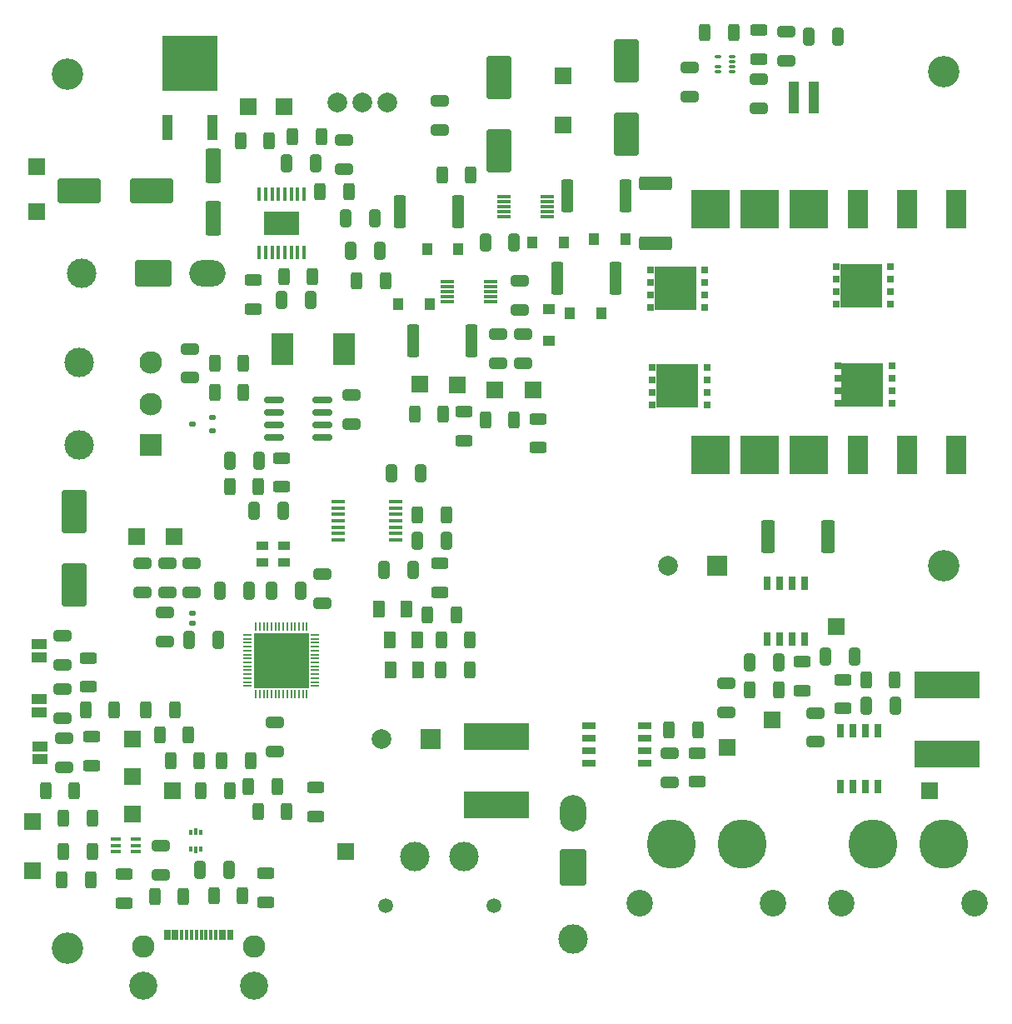
<source format=gbr>
%TF.GenerationSoftware,KiCad,Pcbnew,8.0.0*%
%TF.CreationDate,2024-03-30T16:18:18+01:00*%
%TF.ProjectId,schematic-main,73636865-6d61-4746-9963-2d6d61696e2e,rev?*%
%TF.SameCoordinates,Original*%
%TF.FileFunction,Soldermask,Top*%
%TF.FilePolarity,Negative*%
%FSLAX46Y46*%
G04 Gerber Fmt 4.6, Leading zero omitted, Abs format (unit mm)*
G04 Created by KiCad (PCBNEW 8.0.0) date 2024-03-30 16:18:18*
%MOMM*%
%LPD*%
G01*
G04 APERTURE LIST*
G04 Aperture macros list*
%AMRoundRect*
0 Rectangle with rounded corners*
0 $1 Rounding radius*
0 $2 $3 $4 $5 $6 $7 $8 $9 X,Y pos of 4 corners*
0 Add a 4 corners polygon primitive as box body*
4,1,4,$2,$3,$4,$5,$6,$7,$8,$9,$2,$3,0*
0 Add four circle primitives for the rounded corners*
1,1,$1+$1,$2,$3*
1,1,$1+$1,$4,$5*
1,1,$1+$1,$6,$7*
1,1,$1+$1,$8,$9*
0 Add four rect primitives between the rounded corners*
20,1,$1+$1,$2,$3,$4,$5,0*
20,1,$1+$1,$4,$5,$6,$7,0*
20,1,$1+$1,$6,$7,$8,$9,0*
20,1,$1+$1,$8,$9,$2,$3,0*%
G04 Aperture macros list end*
%ADD10R,1.220000X1.120000*%
%ADD11R,1.120000X1.220000*%
%ADD12RoundRect,0.050000X-0.387500X-0.050000X0.387500X-0.050000X0.387500X0.050000X-0.387500X0.050000X0*%
%ADD13RoundRect,0.050000X-0.050000X-0.387500X0.050000X-0.387500X0.050000X0.387500X-0.050000X0.387500X0*%
%ADD14R,5.600000X5.600000*%
%ADD15R,1.475000X0.450000*%
%ADD16R,2.173999X3.200400*%
%ADD17R,1.700000X1.700000*%
%ADD18R,0.800000X0.700000*%
%ADD19R,0.680000X0.700000*%
%ADD20R,4.320000X4.510000*%
%ADD21RoundRect,0.250000X0.625000X-0.312500X0.625000X0.312500X-0.625000X0.312500X-0.625000X-0.312500X0*%
%ADD22R,1.500000X1.000000*%
%ADD23RoundRect,0.250000X0.375000X0.625000X-0.375000X0.625000X-0.375000X-0.625000X0.375000X-0.625000X0*%
%ADD24RoundRect,0.250000X-1.000000X1.950000X-1.000000X-1.950000X1.000000X-1.950000X1.000000X1.950000X0*%
%ADD25RoundRect,0.250000X-0.312500X-0.625000X0.312500X-0.625000X0.312500X0.625000X-0.312500X0.625000X0*%
%ADD26RoundRect,0.250000X0.312500X0.625000X-0.312500X0.625000X-0.312500X-0.625000X0.312500X-0.625000X0*%
%ADD27R,2.000000X2.000000*%
%ADD28C,2.000000*%
%ADD29RoundRect,0.250000X-0.650000X0.325000X-0.650000X-0.325000X0.650000X-0.325000X0.650000X0.325000X0*%
%ADD30RoundRect,0.112500X0.237500X-0.112500X0.237500X0.112500X-0.237500X0.112500X-0.237500X-0.112500X0*%
%ADD31RoundRect,0.150000X0.825000X0.150000X-0.825000X0.150000X-0.825000X-0.150000X0.825000X-0.150000X0*%
%ADD32RoundRect,0.250000X0.650000X-0.325000X0.650000X0.325000X-0.650000X0.325000X-0.650000X-0.325000X0*%
%ADD33R,0.750000X1.350000*%
%ADD34C,5.000000*%
%ADD35C,2.700000*%
%ADD36RoundRect,0.249999X1.425001X-0.450001X1.425001X0.450001X-1.425001X0.450001X-1.425001X-0.450001X0*%
%ADD37RoundRect,0.250000X-0.625000X0.312500X-0.625000X-0.312500X0.625000X-0.312500X0.625000X0.312500X0*%
%ADD38RoundRect,0.250000X0.325000X0.650000X-0.325000X0.650000X-0.325000X-0.650000X0.325000X-0.650000X0*%
%ADD39RoundRect,0.250000X-0.325000X-0.650000X0.325000X-0.650000X0.325000X0.650000X-0.325000X0.650000X0*%
%ADD40C,3.200000*%
%ADD41R,1.350000X0.750000*%
%ADD42RoundRect,0.250000X1.000000X-1.950000X1.000000X1.950000X-1.000000X1.950000X-1.000000X-1.950000X0*%
%ADD43R,0.450000X1.475000*%
%ADD44R,3.550000X2.460000*%
%ADD45R,1.100000X3.200000*%
%ADD46C,3.000000*%
%ADD47R,2.300000X2.300000*%
%ADD48C,2.300000*%
%ADD49R,1.000000X0.400000*%
%ADD50R,1.200000X0.950000*%
%ADD51C,2.280000*%
%ADD52C,2.850000*%
%ADD53R,0.300000X1.100000*%
%ADD54R,1.400000X0.300000*%
%ADD55RoundRect,0.250001X1.599999X-1.099999X1.599999X1.099999X-1.599999X1.099999X-1.599999X-1.099999X0*%
%ADD56O,3.700000X2.700000*%
%ADD57RoundRect,0.250000X-1.950000X-1.000000X1.950000X-1.000000X1.950000X1.000000X-1.950000X1.000000X0*%
%ADD58R,6.710000X2.730000*%
%ADD59RoundRect,0.250000X-0.362500X-1.425000X0.362500X-1.425000X0.362500X1.425000X-0.362500X1.425000X0*%
%ADD60RoundRect,0.147500X-0.172500X0.147500X-0.172500X-0.147500X0.172500X-0.147500X0.172500X0.147500X0*%
%ADD61RoundRect,0.249999X0.450001X1.425001X-0.450001X1.425001X-0.450001X-1.425001X0.450001X-1.425001X0*%
%ADD62RoundRect,0.050000X-0.285000X-0.100000X0.285000X-0.100000X0.285000X0.100000X-0.285000X0.100000X0*%
%ADD63R,2.000000X4.000000*%
%ADD64R,4.000000X4.000000*%
%ADD65R,1.060000X2.600000*%
%ADD66R,5.632000X5.700000*%
%ADD67C,1.500000*%
%ADD68RoundRect,0.250001X1.099999X1.599999X-1.099999X1.599999X-1.099999X-1.599999X1.099999X-1.599999X0*%
%ADD69O,2.700000X3.700000*%
%ADD70R,0.375000X0.500000*%
%ADD71R,0.300000X0.650000*%
%ADD72RoundRect,0.250000X-0.550000X1.500000X-0.550000X-1.500000X0.550000X-1.500000X0.550000X1.500000X0*%
G04 APERTURE END LIST*
D10*
%TO.C,D11*%
X139500000Y-79500000D03*
X139500000Y-82700000D03*
%TD*%
D11*
%TO.C,D9*%
X127100000Y-73400000D03*
X130300000Y-73400000D03*
%TD*%
%TO.C,D12*%
X124200000Y-79000000D03*
X127400000Y-79000000D03*
%TD*%
%TO.C,D10*%
X141600000Y-79900000D03*
X144800000Y-79900000D03*
%TD*%
%TO.C,D8*%
X137800000Y-72700000D03*
X141000000Y-72700000D03*
%TD*%
%TO.C,D7*%
X144100000Y-72400000D03*
X147300000Y-72400000D03*
%TD*%
D12*
%TO.C,U3*%
X108862500Y-112600000D03*
X108862500Y-113000000D03*
X108862500Y-113400000D03*
X108862500Y-113800000D03*
X108862500Y-114200000D03*
X108862500Y-114600000D03*
X108862500Y-115000000D03*
X108862500Y-115400000D03*
X108862500Y-115800000D03*
X108862500Y-116200000D03*
X108862500Y-116600000D03*
X108862500Y-117000000D03*
X108862500Y-117400000D03*
X108862500Y-117800000D03*
D13*
X109700000Y-118637500D03*
X110100000Y-118637500D03*
X110500000Y-118637500D03*
X110900000Y-118637500D03*
X111300000Y-118637500D03*
X111700000Y-118637500D03*
X112100000Y-118637500D03*
X112500000Y-118637500D03*
X112900000Y-118637500D03*
X113300000Y-118637500D03*
X113700000Y-118637500D03*
X114100000Y-118637500D03*
X114500000Y-118637500D03*
X114900000Y-118637500D03*
D12*
X115737500Y-117800000D03*
X115737500Y-117400000D03*
X115737500Y-117000000D03*
X115737500Y-116600000D03*
X115737500Y-116200000D03*
X115737500Y-115800000D03*
X115737500Y-115400000D03*
X115737500Y-115000000D03*
X115737500Y-114600000D03*
X115737500Y-114200000D03*
X115737500Y-113800000D03*
X115737500Y-113400000D03*
X115737500Y-113000000D03*
X115737500Y-112600000D03*
D13*
X114900000Y-111762500D03*
X114500000Y-111762500D03*
X114100000Y-111762500D03*
X113700000Y-111762500D03*
X113300000Y-111762500D03*
X112900000Y-111762500D03*
X112500000Y-111762500D03*
X112100000Y-111762500D03*
X111700000Y-111762500D03*
X111300000Y-111762500D03*
X110900000Y-111762500D03*
X110500000Y-111762500D03*
X110100000Y-111762500D03*
X109700000Y-111762500D03*
D14*
X112300000Y-115200000D03*
%TD*%
D15*
%TO.C,IC2*%
X123938000Y-102950000D03*
X123938000Y-102300000D03*
X123938000Y-101650000D03*
X123938000Y-101000000D03*
X123938000Y-100350000D03*
X123938000Y-99700000D03*
X123938000Y-99050000D03*
X118062000Y-99050000D03*
X118062000Y-99700000D03*
X118062000Y-100350000D03*
X118062000Y-101000000D03*
X118062000Y-101650000D03*
X118062000Y-102300000D03*
X118062000Y-102950000D03*
%TD*%
D16*
%TO.C,D1*%
X118640002Y-83600000D03*
X112385998Y-83600000D03*
%TD*%
D17*
%TO.C,TP3*%
X112600000Y-58900000D03*
%TD*%
%TO.C,D_P_W*%
X87000000Y-131600000D03*
%TD*%
D18*
%TO.C,Q1*%
X174251000Y-79005000D03*
X174251000Y-77735000D03*
X174251000Y-76465000D03*
X174251000Y-75195000D03*
D19*
X168736000Y-75195000D03*
X168736000Y-76465000D03*
X168736000Y-77735000D03*
X168736000Y-79005000D03*
D20*
X171236000Y-77100000D03*
%TD*%
D21*
%TO.C,R14*%
X93000000Y-125862500D03*
X93000000Y-122937500D03*
%TD*%
D22*
%TO.C,BOOT*%
X87668750Y-120450000D03*
X87668750Y-119150000D03*
%TD*%
D23*
%TO.C, D6*%
X125000000Y-110000000D03*
X122200000Y-110000000D03*
%TD*%
D24*
%TO.C,C9*%
X134400000Y-56000000D03*
X134400000Y-63400000D03*
%TD*%
D21*
%TO.C,R5*%
X109400000Y-79462500D03*
X109400000Y-76537500D03*
%TD*%
D25*
%TO.C,R21*%
X99937500Y-122800000D03*
X102862500Y-122800000D03*
%TD*%
%TO.C,R27*%
X159937500Y-118200000D03*
X162862500Y-118200000D03*
%TD*%
D26*
%TO.C,R31*%
X174637500Y-117200000D03*
X171712500Y-117200000D03*
%TD*%
D25*
%TO.C,R46*%
X119937500Y-76600000D03*
X122862500Y-76600000D03*
%TD*%
D17*
%TO.C,D_Pot_A*%
X87000000Y-136600000D03*
%TD*%
D18*
%TO.C,Q3*%
X174351000Y-89105000D03*
X174351000Y-87835000D03*
X174351000Y-86565000D03*
X174351000Y-85295000D03*
D19*
X168836000Y-85295000D03*
X168836000Y-86565000D03*
X168836000Y-87835000D03*
X168836000Y-89105000D03*
D20*
X171336000Y-87200000D03*
%TD*%
D25*
%TO.C,R25*%
X108937500Y-128000000D03*
X111862500Y-128000000D03*
%TD*%
D27*
%TO.C,C45*%
X156567677Y-105600000D03*
D28*
X151567677Y-105600000D03*
%TD*%
D29*
%TO.C,C28*%
X119400000Y-88255000D03*
X119400000Y-91205000D03*
%TD*%
D30*
%TO.C,D3*%
X105300000Y-91845000D03*
X105300000Y-90545000D03*
X103300000Y-91195000D03*
%TD*%
D22*
%TO.C,TEST*%
X87800000Y-125250000D03*
X87800000Y-123950000D03*
%TD*%
D31*
%TO.C,U4*%
X116475000Y-92505000D03*
X116475000Y-91235000D03*
X116475000Y-89965000D03*
X116475000Y-88695000D03*
X111525000Y-88695000D03*
X111525000Y-89965000D03*
X111525000Y-91235000D03*
X111525000Y-92505000D03*
%TD*%
D17*
%TO.C,TP5*%
X140900000Y-60800000D03*
%TD*%
D25*
%TO.C,R9*%
X113437500Y-62000000D03*
X116362500Y-62000000D03*
%TD*%
D32*
%TO.C,C13*%
X90068750Y-115675000D03*
X90068750Y-112725000D03*
%TD*%
D33*
%TO.C,IC3*%
X165505000Y-107375000D03*
X164235000Y-107375000D03*
X162965000Y-107375000D03*
X161695000Y-107375000D03*
X161695000Y-113025000D03*
X162965000Y-113025000D03*
X164235000Y-113025000D03*
X165505000Y-113025000D03*
%TD*%
D17*
%TO.C,I/O3*%
X97200000Y-130800000D03*
%TD*%
%TO.C,TP_SC*%
X178200000Y-128400000D03*
%TD*%
D34*
%TO.C,J6*%
X179600000Y-133837500D03*
D35*
X182750000Y-139837500D03*
D34*
X172400000Y-133837500D03*
D35*
X169250000Y-139837500D03*
%TD*%
D25*
%TO.C,R23*%
X104137500Y-128400000D03*
X107062500Y-128400000D03*
%TD*%
D36*
%TO.C,(R50)*%
X150300000Y-72850000D03*
X150300000Y-66750000D03*
%TD*%
D37*
%TO.C,R40*%
X130900000Y-89937500D03*
X130900000Y-92862500D03*
%TD*%
%TO.C,R55*%
X115800000Y-128137500D03*
X115800000Y-131062500D03*
%TD*%
D28*
%TO.C,PS1*%
X117960000Y-58500000D03*
X120500000Y-58500000D03*
X123040000Y-58500000D03*
%TD*%
D25*
%TO.C,R7*%
X116237500Y-67600000D03*
X119162500Y-67600000D03*
%TD*%
D38*
%TO.C,C27*%
X109995000Y-94920000D03*
X107045000Y-94920000D03*
%TD*%
D23*
%TO.C,MCU D5*%
X126200000Y-116200000D03*
X123400000Y-116200000D03*
%TD*%
D39*
%TO.C,C3*%
X112825000Y-64700000D03*
X115775000Y-64700000D03*
%TD*%
D40*
%TO.C,REF\u002A\u002A*%
X179600000Y-105600000D03*
%TD*%
D38*
%TO.C,C42*%
X135975000Y-72700000D03*
X133025000Y-72700000D03*
%TD*%
D26*
%TO.C,R54*%
X112842500Y-130580000D03*
X109917500Y-130580000D03*
%TD*%
D41*
%TO.C,IC4*%
X143575000Y-121870000D03*
X143575000Y-123140000D03*
X143575000Y-124410000D03*
X143575000Y-125680000D03*
X149225000Y-125680000D03*
X149225000Y-124410000D03*
X149225000Y-123140000D03*
X149225000Y-121870000D03*
%TD*%
D29*
%TO.C,C40*%
X136900000Y-82025000D03*
X136900000Y-84975000D03*
%TD*%
D39*
%TO.C,C16*%
X104025000Y-136500000D03*
X106975000Y-136500000D03*
%TD*%
D42*
%TO.C,C19*%
X91200000Y-107500000D03*
X91200000Y-100100000D03*
%TD*%
D17*
%TO.C,TP22*%
X137900000Y-87700000D03*
%TD*%
D38*
%TO.C,C34*%
X162875000Y-115400000D03*
X159925000Y-115400000D03*
%TD*%
D43*
%TO.C,IC1*%
X110050000Y-73706500D03*
X110700000Y-73706500D03*
X111350000Y-73706500D03*
X112000000Y-73706500D03*
X112650000Y-73706500D03*
X113300000Y-73706500D03*
X113950000Y-73706500D03*
X114600000Y-73706500D03*
X114600000Y-67830500D03*
X113950000Y-67830500D03*
X113300000Y-67830500D03*
X112650000Y-67830500D03*
X112000000Y-67830500D03*
X111350000Y-67830500D03*
X110700000Y-67830500D03*
X110050000Y-67830500D03*
D44*
X112325000Y-70768500D03*
%TD*%
D37*
%TO.C,R49*%
X138400000Y-90637500D03*
X138400000Y-93562500D03*
%TD*%
D39*
%TO.C,C29*%
X123525000Y-96200000D03*
X126475000Y-96200000D03*
%TD*%
D25*
%TO.C,R22*%
X101037500Y-125400000D03*
X103962500Y-125400000D03*
%TD*%
D26*
%TO.C,R28*%
X154622500Y-122275000D03*
X151697500Y-122275000D03*
%TD*%
D32*
%TO.C,C21*%
X103200000Y-108275000D03*
X103200000Y-105325000D03*
%TD*%
D17*
%TO.C,I/O4*%
X101200000Y-128400000D03*
%TD*%
%TO.C,TP17*%
X126350000Y-87150000D03*
%TD*%
D40*
%TO.C,REF\u002A\u002A*%
X90600000Y-144400000D03*
%TD*%
D25*
%TO.C,R13*%
X92406250Y-120200000D03*
X95331250Y-120200000D03*
%TD*%
D26*
%TO.C,R53*%
X92922500Y-137500000D03*
X89997500Y-137500000D03*
%TD*%
D21*
%TO.C,R42*%
X128400000Y-108262500D03*
X128400000Y-105337500D03*
%TD*%
%TO.C,R32*%
X112300000Y-97562500D03*
X112300000Y-94637500D03*
%TD*%
D40*
%TO.C,REF\u002A\u002A*%
X179600000Y-55400000D03*
%TD*%
D45*
%TO.C,L1*%
X164350000Y-58000000D03*
X166450000Y-58000000D03*
%TD*%
D25*
%TO.C,R52*%
X90137500Y-134600000D03*
X93062500Y-134600000D03*
%TD*%
D34*
%TO.C,J5*%
X159100000Y-133837500D03*
D35*
X162250000Y-139837500D03*
D34*
X151900000Y-133837500D03*
D35*
X148750000Y-139837500D03*
%TD*%
D38*
%TO.C,C15*%
X108975000Y-108100000D03*
X106025000Y-108100000D03*
%TD*%
D17*
%TO.C,5V*%
X140900000Y-55800000D03*
%TD*%
D21*
%TO.C,R1*%
X110700000Y-139762500D03*
X110700000Y-136837500D03*
%TD*%
D29*
%TO.C,C41*%
X134300000Y-82025000D03*
X134300000Y-84975000D03*
%TD*%
D39*
%TO.C,C5*%
X165925000Y-51800000D03*
X168875000Y-51800000D03*
%TD*%
D46*
%TO.C,J2*%
X91712900Y-84915750D03*
X91712900Y-93315750D03*
D47*
X99012900Y-93315750D03*
D48*
X99012900Y-89115750D03*
X99012900Y-84915750D03*
%TD*%
D25*
%TO.C,R33*%
X107034664Y-97538027D03*
X109959664Y-97538027D03*
%TD*%
%TO.C,R15*%
X105537500Y-88000000D03*
X108462500Y-88000000D03*
%TD*%
%TO.C,R37*%
X128637500Y-65900000D03*
X131562500Y-65900000D03*
%TD*%
%TO.C,R8*%
X108137500Y-62400000D03*
X111062500Y-62400000D03*
%TD*%
D17*
%TO.C,FC_C*%
X157600000Y-124075000D03*
%TD*%
D39*
%TO.C,C33*%
X167625000Y-114800000D03*
X170575000Y-114800000D03*
%TD*%
D38*
%TO.C,C22*%
X105875000Y-113100000D03*
X102925000Y-113100000D03*
%TD*%
D29*
%TO.C,C8*%
X160800000Y-56125000D03*
X160800000Y-59075000D03*
%TD*%
D17*
%TO.C,TP1*%
X97600000Y-102600000D03*
%TD*%
D29*
%TO.C,C26*%
X100500000Y-110325000D03*
X100500000Y-113275000D03*
%TD*%
D49*
%TO.C,IC8*%
X97500000Y-134650000D03*
X97500000Y-134000000D03*
X97500000Y-133350000D03*
X95500000Y-133350000D03*
X95500000Y-134000000D03*
X95500000Y-134650000D03*
%TD*%
D29*
%TO.C,C36*%
X151800000Y-124600000D03*
X151800000Y-127550000D03*
%TD*%
D25*
%TO.C,R41*%
X126137500Y-100400000D03*
X129062500Y-100400000D03*
%TD*%
D32*
%TO.C,C24*%
X116500000Y-109375000D03*
X116500000Y-106425000D03*
%TD*%
D18*
%TO.C,Q4*%
X155551000Y-89205000D03*
X155551000Y-87935000D03*
X155551000Y-86665000D03*
X155551000Y-85395000D03*
D19*
X150036000Y-85395000D03*
X150036000Y-86665000D03*
X150036000Y-87935000D03*
X150036000Y-89205000D03*
D20*
X152536000Y-87300000D03*
%TD*%
D32*
%TO.C,C49*%
X136500000Y-79575000D03*
X136500000Y-76625000D03*
%TD*%
D27*
%TO.C,C32*%
X127467677Y-123200000D03*
D28*
X122467677Y-123200000D03*
%TD*%
D25*
%TO.C,R19*%
X127137500Y-110600000D03*
X130062500Y-110600000D03*
%TD*%
D37*
%TO.C,R30*%
X169380000Y-117157500D03*
X169380000Y-120082500D03*
%TD*%
D50*
%TO.C,Y1*%
X112600000Y-103525000D03*
X110400000Y-103525000D03*
X110400000Y-105275000D03*
X112600000Y-105275000D03*
%TD*%
D26*
%TO.C,R3*%
X102362500Y-139200000D03*
X99437500Y-139200000D03*
%TD*%
D33*
%TO.C,IC5*%
X169095000Y-128025000D03*
X170365000Y-128025000D03*
X171635000Y-128025000D03*
X172905000Y-128025000D03*
X172905000Y-122375000D03*
X171635000Y-122375000D03*
X170365000Y-122375000D03*
X169095000Y-122375000D03*
%TD*%
D32*
%TO.C,C50*%
X100000000Y-136975000D03*
X100000000Y-134025000D03*
%TD*%
D29*
%TO.C,C6*%
X153800000Y-54925000D03*
X153800000Y-57875000D03*
%TD*%
D51*
%TO.C,P1*%
X98280000Y-144240000D03*
D52*
X98280000Y-148240000D03*
D53*
X100550000Y-143090000D03*
D51*
X109520000Y-144240000D03*
D52*
X109520000Y-148240000D03*
D53*
X101350000Y-143090000D03*
X102650000Y-143090000D03*
X103650000Y-143090000D03*
X104150000Y-143090000D03*
X105150000Y-143090000D03*
X106450000Y-143090000D03*
X107250000Y-143090000D03*
X106950000Y-143090000D03*
X106150000Y-143090000D03*
X105650000Y-143090000D03*
X104650000Y-143090000D03*
X103150000Y-143090000D03*
X102150000Y-143090000D03*
X101650000Y-143090000D03*
X100850000Y-143090000D03*
%TD*%
D38*
%TO.C,C39*%
X112475000Y-100000000D03*
X109525000Y-100000000D03*
%TD*%
D32*
%TO.C,C25*%
X98200000Y-108275000D03*
X98200000Y-105325000D03*
%TD*%
D26*
%TO.C,R43*%
X91262500Y-128400000D03*
X88337500Y-128400000D03*
%TD*%
D38*
%TO.C,C47*%
X121775000Y-70300000D03*
X118825000Y-70300000D03*
%TD*%
D25*
%TO.C,R2*%
X105437500Y-139100000D03*
X108362500Y-139100000D03*
%TD*%
D17*
%TO.C,TP8*%
X87400000Y-69600000D03*
%TD*%
%TO.C,TP18*%
X130150000Y-87200000D03*
%TD*%
D32*
%TO.C,C30*%
X103000000Y-86475000D03*
X103000000Y-83525000D03*
%TD*%
D25*
%TO.C,R24*%
X106237500Y-125400000D03*
X109162500Y-125400000D03*
%TD*%
D17*
%TO.C,MC_C*%
X168700000Y-111800000D03*
%TD*%
D54*
%TO.C,IC7*%
X133600000Y-78700000D03*
X133600000Y-78200000D03*
X133600000Y-77700000D03*
X133600000Y-77200000D03*
X133600000Y-76700000D03*
X129200000Y-76700000D03*
X129200000Y-77200000D03*
X129200000Y-77700000D03*
X129200000Y-78200000D03*
X129200000Y-78700000D03*
%TD*%
D21*
%TO.C,R29*%
X154580000Y-127517500D03*
X154580000Y-124592500D03*
%TD*%
D46*
%TO.C,J1*%
X91975000Y-75900000D03*
D55*
X99275000Y-75900000D03*
D56*
X104775000Y-75900000D03*
%TD*%
D17*
%TO.C,3.3V*%
X87400000Y-65000000D03*
%TD*%
%TO.C,I/O2*%
X97200000Y-127000000D03*
%TD*%
D57*
%TO.C,C12*%
X91750000Y-67500000D03*
X99150000Y-67500000D03*
%TD*%
D37*
%TO.C,R12*%
X92668750Y-114937500D03*
X92668750Y-117862500D03*
%TD*%
D32*
%TO.C,C18*%
X90200000Y-126075000D03*
X90200000Y-123125000D03*
%TD*%
D26*
%TO.C,R11*%
X158262500Y-51400000D03*
X155337500Y-51400000D03*
%TD*%
D25*
%TO.C,R16*%
X105537500Y-85000000D03*
X108462500Y-85000000D03*
%TD*%
D58*
%TO.C,F2*%
X180000000Y-124690000D03*
X180000000Y-117710000D03*
%TD*%
D29*
%TO.C,C35*%
X166600000Y-120525000D03*
X166600000Y-123475000D03*
%TD*%
D38*
%TO.C,C48*%
X122275000Y-73600000D03*
X119325000Y-73600000D03*
%TD*%
D25*
%TO.C,R17*%
X128537500Y-113100000D03*
X131462500Y-113100000D03*
%TD*%
D59*
%TO.C,R47*%
X125737500Y-82700000D03*
X131662500Y-82700000D03*
%TD*%
D26*
%TO.C,R39*%
X128762500Y-90200000D03*
X125837500Y-90200000D03*
%TD*%
D32*
%TO.C,C10*%
X163600000Y-54275000D03*
X163600000Y-51325000D03*
%TD*%
D59*
%TO.C,R34*%
X141337500Y-68000000D03*
X147262500Y-68000000D03*
%TD*%
D21*
%TO.C,R4*%
X96300000Y-139862500D03*
X96300000Y-136937500D03*
%TD*%
D29*
%TO.C,C7*%
X118700000Y-62325000D03*
X118700000Y-65275000D03*
%TD*%
D32*
%TO.C,C37*%
X157500000Y-120475000D03*
X157500000Y-117525000D03*
%TD*%
D59*
%TO.C,R45*%
X140337500Y-76400000D03*
X146262500Y-76400000D03*
%TD*%
D26*
%TO.C,R44*%
X93062500Y-131200000D03*
X90137500Y-131200000D03*
%TD*%
D29*
%TO.C,C11*%
X128400000Y-58325000D03*
X128400000Y-61275000D03*
%TD*%
D26*
%TO.C,R48*%
X135962500Y-90800000D03*
X133037500Y-90800000D03*
%TD*%
D18*
%TO.C,Q2*%
X155351000Y-79305000D03*
X155351000Y-78035000D03*
X155351000Y-76765000D03*
X155351000Y-75495000D03*
D19*
X149836000Y-75495000D03*
X149836000Y-76765000D03*
X149836000Y-78035000D03*
X149836000Y-79305000D03*
D20*
X152336000Y-77400000D03*
%TD*%
D17*
%TO.C,TP_FC*%
X118800000Y-134600000D03*
%TD*%
D39*
%TO.C,C31*%
X122725000Y-106000000D03*
X125675000Y-106000000D03*
%TD*%
D60*
%TO.C,L2*%
X103300000Y-110415000D03*
X103300000Y-111385000D03*
%TD*%
D61*
%TO.C,(R51)*%
X167850000Y-102600000D03*
X161750000Y-102600000D03*
%TD*%
D29*
%TO.C,C23*%
X111600000Y-121525000D03*
X111600000Y-124475000D03*
%TD*%
D62*
%TO.C,U1*%
X156660000Y-53850000D03*
X156660000Y-54850000D03*
X156660000Y-55350000D03*
X158140000Y-55350000D03*
X158140000Y-54850000D03*
X158140000Y-54350000D03*
X158140000Y-53850000D03*
%TD*%
D22*
%TO.C,RESET*%
X87668750Y-114850000D03*
X87668750Y-113550000D03*
%TD*%
D40*
%TO.C,REF\u002A\u002A*%
X90600000Y-55600000D03*
%TD*%
D39*
%TO.C,C14*%
X111325000Y-108100000D03*
X114275000Y-108100000D03*
%TD*%
%TO.C,C46*%
X126125000Y-103000000D03*
X129075000Y-103000000D03*
%TD*%
D21*
%TO.C,R10*%
X160800000Y-54062500D03*
X160800000Y-51137500D03*
%TD*%
D63*
%TO.C,L3*%
X180900000Y-69300000D03*
X175900000Y-69300000D03*
X170900000Y-69300000D03*
D64*
X165900000Y-69300000D03*
X160900000Y-69300000D03*
X155900000Y-69300000D03*
D63*
X180900000Y-94300000D03*
X175900000Y-94300000D03*
X170900000Y-94300000D03*
D64*
X165900000Y-94300000D03*
X160900000Y-94300000D03*
X155900000Y-94300000D03*
%TD*%
D65*
%TO.C,D2*%
X100714000Y-61079500D03*
X105286000Y-61079500D03*
D66*
X103000000Y-54529500D03*
%TD*%
D17*
%TO.C,12V*%
X108900000Y-58900000D03*
%TD*%
D59*
%TO.C,R38*%
X124337500Y-69600000D03*
X130262500Y-69600000D03*
%TD*%
D67*
%TO.C,J3*%
X133900000Y-140137500D03*
D46*
X130900000Y-135137500D03*
D67*
X122900000Y-140137500D03*
D46*
X125900000Y-135137500D03*
%TD*%
D25*
%TO.C,R18*%
X128487500Y-116200000D03*
X131412500Y-116200000D03*
%TD*%
D17*
%TO.C,SC_C*%
X162200000Y-121200000D03*
%TD*%
D39*
%TO.C,C1*%
X112325000Y-78600000D03*
X115275000Y-78600000D03*
%TD*%
D46*
%TO.C,J4*%
X141912500Y-143500000D03*
D68*
X141912500Y-136200000D03*
D69*
X141912500Y-130700000D03*
%TD*%
D25*
%TO.C,R20*%
X98537500Y-120200000D03*
X101462500Y-120200000D03*
%TD*%
D21*
%TO.C,R26*%
X165200000Y-118262500D03*
X165200000Y-115337500D03*
%TD*%
D17*
%TO.C,TP21*%
X134000000Y-87700000D03*
%TD*%
D54*
%TO.C,IC6*%
X139300000Y-70100000D03*
X139300000Y-69600000D03*
X139300000Y-69100000D03*
X139300000Y-68600000D03*
X139300000Y-68100000D03*
X134900000Y-68100000D03*
X134900000Y-68600000D03*
X134900000Y-69100000D03*
X134900000Y-69600000D03*
X134900000Y-70100000D03*
%TD*%
D25*
%TO.C,R6*%
X112537500Y-76200000D03*
X115462500Y-76200000D03*
%TD*%
D39*
%TO.C,C38*%
X171725000Y-119800000D03*
X174675000Y-119800000D03*
%TD*%
D23*
%TO.C,CAN D4*%
X126100000Y-113100000D03*
X123300000Y-113100000D03*
%TD*%
D70*
%TO.C,U2*%
X104137500Y-132650000D03*
D71*
X103600000Y-132575000D03*
D70*
X103062500Y-132650000D03*
X103062500Y-134350000D03*
D71*
X103600000Y-134425000D03*
D70*
X104137500Y-134350000D03*
%TD*%
D24*
%TO.C,C4*%
X147400000Y-54300000D03*
X147400000Y-61700000D03*
%TD*%
D17*
%TO.C,I/O1*%
X97200000Y-123200000D03*
%TD*%
D58*
%TO.C,F1*%
X134200000Y-129890000D03*
X134200000Y-122910000D03*
%TD*%
D17*
%TO.C,TP2*%
X101400000Y-102600000D03*
%TD*%
D72*
%TO.C,C2*%
X105400000Y-64900000D03*
X105400000Y-70300000D03*
%TD*%
D32*
%TO.C,C17*%
X90068750Y-121075000D03*
X90068750Y-118125000D03*
%TD*%
%TO.C,C20*%
X100700000Y-108275000D03*
X100700000Y-105325000D03*
%TD*%
M02*

</source>
